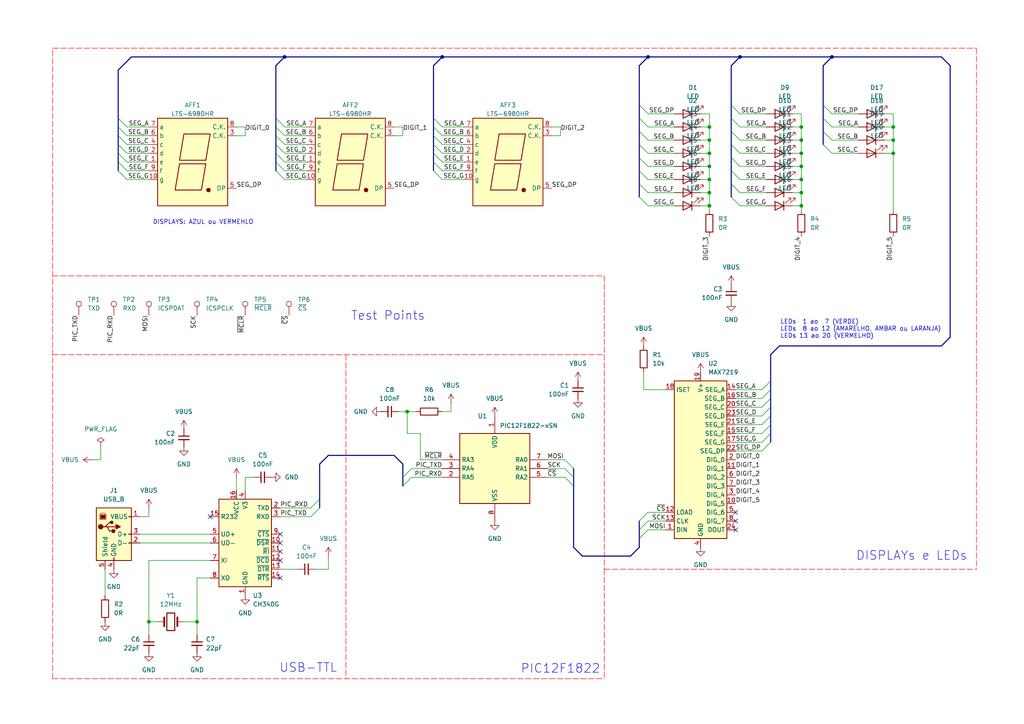
<source format=kicad_sch>
(kicad_sch (version 20231120) (generator "eeschema") (generator_version "8.0")
  (paper "A4")
  (title_block (title "USB Led Gauge") (date "2025-03-11") (rev "1.0"))
  (lib_symbols
    (symbol "Connector:TestPoint" (pin_numbers hide) (pin_names (offset 0.762) hide)
      (property "Reference" "TP" (at 0 6.858 0))
      (property "Value" "TestPoint" (at 0 5.08 0))
      (symbol "TestPoint_0_1"
        (circle (center 0 3.302) (radius 0.762))
      )
      (symbol "TestPoint_1_1"
        (pin passive line (at 0 0 90) (length 2.54) (name "1") (number "1"))
      )
    )
    (symbol "Connector:USB_B" (pin_names (offset 1.016))
      (property "Reference" "J" (at -5.08 11.43 0))
      (property "Value" "USB_B" (at -5.08 8.89 0))
      (symbol "USB_B_0_1"
        (rectangle (start -5.08 -7.62) (end 5.08 7.62) (stroke (width 0.254)) (fill (type background)))
        (circle (center -3.81 2.159) (radius 0.635) (stroke (width 0.254)) (fill (type outline)))
        (rectangle (start -3.81 5.588) (end -2.54 4.572) (fill (type outline)))
        (circle (center -0.635 3.429) (radius 0.381) (stroke (width 0.254)) (fill (type outline)))
        (rectangle (start -0.127 -7.62) (end 0.127 -6.858))
        (polyline (pts (xy -1.905 2.159) (xy 0.635 2.159)) (stroke (width 0.254)))
        (polyline (pts (xy -3.175 2.159) (xy -2.54 2.159) (xy -1.27 3.429) (xy -0.635 3.429)) (stroke (width 0.254)))
        (polyline (pts (xy -2.54 2.159) (xy -1.905 2.159) (xy -1.27 0.889) (xy 0 0.889)) (stroke (width 0.254)))
        (polyline (pts (xy 0.635 2.794) (xy 0.635 1.524) (xy 1.905 2.159) (xy 0.635 2.794)) (stroke (width 0.254)) (fill (type outline)))
        (polyline (pts (xy -4.064 4.318) (xy -2.286 4.318) (xy -2.286 5.715) (xy -2.667 6.096) (xy -3.683 6.096) (xy -4.064 5.715) (xy -4.064 4.318)))
        (rectangle (start 0.254 1.27) (end -0.508 0.508) (stroke (width 0.254)) (fill (type outline)))
        (rectangle (start 5.08 -2.667) (end 4.318 -2.413))
        (rectangle (start 5.08 -0.127) (end 4.318 0.127))
        (rectangle (start 5.08 4.953) (end 4.318 5.207))
      )
      (symbol "USB_B_1_1"
        (pin power_out line (at 7.62 5.08 180) (length 2.54) (name "VBUS") (number "1"))
        (pin bidirectional line (at 7.62 -2.54 180) (length 2.54) (name "D-") (number "2"))
        (pin bidirectional line (at 7.62 0 180) (length 2.54) (name "D+") (number "3"))
        (pin power_out line (at 0 -10.16 90) (length 2.54) (name "GND") (number "4"))
        (pin passive line (at -2.54 -10.16 90) (length 2.54) (name "Shield") (number "5"))
      )
    )
    (symbol "Device:C_Small" (pin_numbers hide) (pin_names (offset 0.254) hide)
      (property "Reference" "C" (at 0.254 1.778 0))
      (property "Value" "C_Small" (at 0.254 -2.032 0))
      (symbol "C_Small_0_1"
        (polyline (pts (xy -1.524 -0.508) (xy 1.524 -0.508)) (stroke (width 0.3302)))
        (polyline (pts (xy -1.524 0.508) (xy 1.524 0.508)) (stroke (width 0.3048)))
      )
      (symbol "C_Small_1_1"
        (pin passive line (at 0 2.54 270) (length 2.032) (name "~") (number "1"))
        (pin passive line (at 0 -2.54 90) (length 2.032) (name "~") (number "2"))
      )
    )
    (symbol "Device:Crystal" (pin_numbers hide) (pin_names (offset 1.016) hide)
      (property "Reference" "Y" (at 0 3.81 0))
      (property "Value" "Crystal" (at 0 -3.81 0))
      (symbol "Crystal_0_1"
        (rectangle (start -1.143 2.54) (end 1.143 -2.54) (stroke (width 0.3048)))
        (polyline (pts (xy -2.54 0) (xy -1.905 0)))
        (polyline (pts (xy -1.905 -1.27) (xy -1.905 1.27)) (stroke (width 0.508)))
        (polyline (pts (xy 1.905 -1.27) (xy 1.905 1.27)) (stroke (width 0.508)))
        (polyline (pts (xy 2.54 0) (xy 1.905 0)))
      )
      (symbol "Crystal_1_1"
        (pin passive line (at -3.81 0 0) (length 1.27) (name "1") (number "1"))
        (pin passive line (at 3.81 0 180) (length 1.27) (name "2") (number "2"))
      )
    )
    (symbol "Device:LED" (pin_numbers hide) (pin_names (offset 1.016) hide)
      (property "Reference" "D" (at 0 2.54 0))
      (property "Value" "LED" (at 0 -2.54 0))
      (symbol "LED_0_1"
        (polyline (pts (xy -1.27 -1.27) (xy -1.27 1.27)) (stroke (width 0.254)))
        (polyline (pts (xy -1.27 0) (xy 1.27 0)))
        (polyline (pts (xy 1.27 -1.27) (xy 1.27 1.27) (xy -1.27 0) (xy 1.27 -1.27)) (stroke (width 0.254)))
        (polyline (pts (xy -3.048 -0.762) (xy -4.572 -2.286) (xy -3.81 -2.286) (xy -4.572 -2.286) (xy -4.572 -1.524)))
        (polyline (pts (xy -1.778 -0.762) (xy -3.302 -2.286) (xy -2.54 -2.286) (xy -3.302 -2.286) (xy -3.302 -1.524)))
      )
      (symbol "LED_1_1"
        (pin passive line (at -3.81 0 0) (length 2.54) (name "K") (number "1"))
        (pin passive line (at 3.81 0 180) (length 2.54) (name "A") (number "2"))
      )
    )
    (symbol "Device:R" (pin_numbers hide) (pin_names (offset 0))
      (property "Reference" "R" (at 2.032 0 90))
      (property "Value" "R" (at 0 0 90))
      (symbol "R_0_1"
        (rectangle (start -1.016 -2.54) (end 1.016 2.54) (stroke (width 0.254)))
      )
      (symbol "R_1_1"
        (pin passive line (at 0 3.81 270) (length 1.27) (name "~") (number "1"))
        (pin passive line (at 0 -3.81 90) (length 1.27) (name "~") (number "2"))
      )
    )
    (symbol "Display_Character:LTS-6980HR"
      (property "Reference" "AFF" (at -7.874 13.97 0))
      (property "Value" "LTS-6980HR" (at 4.064 13.97 0))
      (symbol "LTS-6980HR_0_1"
        (rectangle (start -10.16 12.7) (end 10.16 -12.7) (stroke (width 0.254)) (fill (type background)))
        (polyline (pts (xy -3.81 -0.508) (xy 3.81 -0.508) (xy 2.54 -8.128) (xy -5.08 -8.128) (xy -3.81 -0.508) (xy -3.81 -0.508)) (stroke (width 0.254)))
        (polyline (pts (xy -2.54 8.128) (xy 5.08 8.128) (xy 3.81 0.508) (xy -3.81 0.508) (xy -2.54 8.128) (xy -2.54 8.128)) (stroke (width 0.254)))
        (circle (center 4.572 -8.128) (radius 0.508) (stroke (width 0.254)) (fill (type outline)))
      )
      (symbol "LTS-6980HR_1_1"
        (pin passive line (at -12.7 0 0) (length 2.54) (name "e") (number "1"))
        (pin passive line (at -12.7 -5.08 0) (length 2.54) (name "g") (number "10"))
        (pin passive line (at -12.7 2.54 0) (length 2.54) (name "d") (number "2"))
        (pin passive line (at 12.7 7.62 180) (length 2.54) (name "C.K.") (number "3"))
        (pin passive line (at -12.7 5.08 0) (length 2.54) (name "c") (number "4"))
        (pin passive line (at 12.7 -7.62 180) (length 2.54) (name "DP") (number "5"))
        (pin passive line (at -12.7 7.62 0) (length 2.54) (name "b") (number "6"))
        (pin passive line (at -12.7 10.16 0) (length 2.54) (name "a") (number "7"))
        (pin passive line (at 12.7 10.16 180) (length 2.54) (name "C.K.") (number "8"))
        (pin passive line (at -12.7 -2.54 0) (length 2.54) (name "f") (number "9"))
      )
    )
    (symbol "Driver_LED:MAX7219"
      (property "Reference" "U" (at -6.35 24.13 0))
      (property "Value" "MAX7219" (at 1.27 25.4 0))
      (symbol "MAX7219_0_1"
        (rectangle (start -7.62 22.86) (end 7.62 -22.86) (stroke (width 0.254)) (fill (type background)))
      )
      (symbol "MAX7219_1_1"
        (pin input line (at -10.16 -20.32 0) (length 2.54) (name "DIN") (number "1"))
        (pin output line (at 10.16 -12.7 180) (length 2.54) (name "DIG_5") (number "10"))
        (pin output line (at 10.16 -2.54 180) (length 2.54) (name "DIG_1") (number "11"))
        (pin input line (at -10.16 -15.24 0) (length 2.54) (name "LOAD") (number "12"))
        (pin input line (at -10.16 -17.78 0) (length 2.54) (name "CLK") (number "13"))
        (pin output line (at 10.16 20.32 180) (length 2.54) (name "SEG_A") (number "14"))
        (pin output line (at 10.16 7.62 180) (length 2.54) (name "SEG_F") (number "15"))
        (pin output line (at 10.16 17.78 180) (length 2.54) (name "SEG_B") (number "16"))
        (pin output line (at 10.16 5.08 180) (length 2.54) (name "SEG_G") (number "17"))
        (pin input line (at -10.16 20.32 0) (length 2.54) (name "ISET") (number "18"))
        (pin power_in line (at 0 25.4 270) (length 2.54) (name "V+") (number "19"))
        (pin output line (at 10.16 0 180) (length 2.54) (name "DIG_0") (number "2"))
        (pin output line (at 10.16 15.24 180) (length 2.54) (name "SEG_C") (number "20"))
        (pin output line (at 10.16 10.16 180) (length 2.54) (name "SEG_E") (number "21"))
        (pin output line (at 10.16 2.54 180) (length 2.54) (name "SEG_DP") (number "22"))
        (pin output line (at 10.16 12.7 180) (length 2.54) (name "SEG_D") (number "23"))
        (pin output line (at 10.16 -20.32 180) (length 2.54) (name "DOUT") (number "24"))
        (pin output line (at 10.16 -10.16 180) (length 2.54) (name "DIG_4") (number "3"))
        (pin power_in line (at 0 -25.4 90) (length 2.54) (name "GND") (number "4"))
        (pin output line (at 10.16 -15.24 180) (length 2.54) (name "DIG_6") (number "5"))
        (pin output line (at 10.16 -5.08 180) (length 2.54) (name "DIG_2") (number "6"))
        (pin output line (at 10.16 -7.62 180) (length 2.54) (name "DIG_3") (number "7"))
        (pin output line (at 10.16 -17.78 180) (length 2.54) (name "DIG_7") (number "8"))
        (pin passive line (at 0 -25.4 90) (length 2.54) hide (name "GND") (number "9"))
      )
    )
    (symbol "Interface_USB:CH340G"
      (property "Reference" "U" (at -5.08 13.97 0))
      (property "Value" "CH340G" (at 1.27 13.97 0))
      (symbol "CH340G_0_1"
        (rectangle (start -7.62 12.7) (end 7.62 -12.7) (stroke (width 0.254)) (fill (type background)))
      )
      (symbol "CH340G_1_1"
        (pin power_in line (at 0 -15.24 90) (length 2.54) (name "GND") (number "1"))
        (pin input line (at 10.16 0 180) (length 2.54) (name "~{DSR}") (number "10"))
        (pin input line (at 10.16 -2.54 180) (length 2.54) (name "~{RI}") (number "11"))
        (pin input line (at 10.16 -5.08 180) (length 2.54) (name "~{DCD}") (number "12"))
        (pin output line (at 10.16 -7.62 180) (length 2.54) (name "~{DTR}") (number "13"))
        (pin output line (at 10.16 -10.16 180) (length 2.54) (name "~{RTS}") (number "14"))
        (pin input line (at -10.16 7.62 0) (length 2.54) (name "R232") (number "15"))
        (pin power_in line (at -2.54 15.24 270) (length 2.54) (name "VCC") (number "16"))
        (pin output line (at 10.16 10.16 180) (length 2.54) (name "TXD") (number "2"))
        (pin input line (at 10.16 7.62 180) (length 2.54) (name "RXD") (number "3"))
        (pin power_out line (at 0 15.24 270) (length 2.54) (name "V3") (number "4"))
        (pin bidirectional line (at -10.16 2.54 0) (length 2.54) (name "UD+") (number "5"))
        (pin bidirectional line (at -10.16 0 0) (length 2.54) (name "UD-") (number "6"))
        (pin input line (at -10.16 -5.08 0) (length 2.54) (name "XI") (number "7"))
        (pin output line (at -10.16 -10.16 0) (length 2.54) (name "XO") (number "8"))
        (pin input line (at 10.16 2.54 180) (length 2.54) (name "~{CTS}") (number "9"))
      )
    )
    (symbol "MCU_Microchip_PIC12:PIC12F1822-xSN"
      (property "Reference" "U" (at 1.27 13.97 0))
      (property "Value" "PIC12F1822-xSN" (at 1.27 11.43 0))
      (symbol "PIC12F1822-xSN_0_1"
        (rectangle (start 10.16 -10.16) (end -10.16 10.16) (stroke (width 0.254)) (fill (type background)))
      )
      (symbol "PIC12F1822-xSN_1_1"
        (pin power_in line (at 0 15.24 270) (length 5.08) (name "VDD") (number "1"))
        (pin bidirectional line (at 15.24 -2.54 180) (length 5.08) (name "RA5") (number "2"))
        (pin bidirectional line (at 15.24 0 180) (length 5.08) (name "RA4") (number "3"))
        (pin input line (at 15.24 2.54 180) (length 5.08) (name "RA3") (number "4"))
        (pin bidirectional line (at -15.24 -2.54 0) (length 5.08) (name "RA2") (number "5"))
        (pin bidirectional line (at -15.24 0 0) (length 5.08) (name "RA1") (number "6"))
        (pin bidirectional line (at -15.24 2.54 0) (length 5.08) (name "RA0") (number "7"))
        (pin power_in line (at 0 -15.24 90) (length 5.08) (name "VSS") (number "8"))
      )
    )
    (symbol "power:GND" (power) (pin_numbers hide) (pin_names (offset 0) hide)
      (property "Value" "GND" (at 0 -3.81 0))
      (symbol "GND_0_1"
        (polyline (pts (xy 0 0) (xy 0 -1.27) (xy 1.27 -1.27) (xy 0 -2.54) (xy -1.27 -1.27) (xy 0 -1.27)))
      )
      (symbol "GND_1_1"
        (pin power_in line (at 0 0 270) (length 0) (name "~") (number "1"))
      )
    )
    (symbol "power:PWR_FLAG" (power) (pin_numbers hide) (pin_names (offset 0) hide)
      (property "Value" "PWR_FLAG" (at 0 3.81 0))
      (symbol "PWR_FLAG_0_0"
        (pin power_out line (at 0 0 90) (length 0) (name "~") (number "1"))
      )
      (symbol "PWR_FLAG_0_1"
        (polyline (pts (xy 0 0) (xy 0 1.27) (xy -1.016 1.905) (xy 0 2.54) (xy 1.016 1.905) (xy 0 1.27)))
      )
    )
    (symbol "power:VBUS" (power) (pin_numbers hide) (pin_names (offset 0) hide)
      (property "Value" "VBUS" (at 0 3.556 0))
      (symbol "VBUS_0_1"
        (polyline (pts (xy -0.762 1.27) (xy 0 2.54)))
        (polyline (pts (xy 0 0) (xy 0 2.54)))
        (polyline (pts (xy 0 2.54) (xy 0.762 1.27)))
      )
      (symbol "VBUS_1_1"
        (pin power_in line (at 0 0 90) (length 0) (name "~") (number "1"))
      )
    )
  )
  (junction (at 232.41 55.88))
  (junction (at 232.41 36.83))
  (junction (at 187.96 16.51))
  (junction (at 214.63 16.51))
  (junction (at 205.74 55.88))
  (junction (at 43.18 180.34))
  (junction (at 259.08 40.64))
  (junction (at 128.27 16.51))
  (junction (at 205.74 59.69))
  (junction (at 205.74 36.83))
  (junction (at 118.11 119.38))
  (junction (at 82.55 16.51))
  (junction (at 241.3 16.51))
  (junction (at 205.74 40.64))
  (junction (at 232.41 48.26))
  (junction (at 259.08 44.45))
  (junction (at 232.41 59.69))
  (junction (at 205.74 48.26))
  (junction (at 259.08 36.83))
  (junction (at 205.74 44.45))
  (junction (at 232.41 40.64))
  (junction (at 205.74 52.07))
  (junction (at 232.41 44.45))
  (junction (at 57.15 180.34))
  (junction (at 232.41 52.07))
  (no_connect (at 60.96 149.86))
  (no_connect (at 213.36 151.13))
  (no_connect (at 81.28 154.94))
  (no_connect (at 213.36 153.67))
  (no_connect (at 81.28 157.48))
  (no_connect (at 81.28 160.02))
  (no_connect (at 81.28 167.64))
  (no_connect (at 213.36 148.59))
  (no_connect (at 81.28 162.56))
  (bus_entry (at 90.17 147.32) (size 2.54 -2.54))
  (bus_entry (at 187.96 148.59) (size -2.54 2.54))
  (bus_entry (at 36.83 52.07) (size -2.54 -2.54))
  (bus_entry (at 214.63 36.83) (size -2.54 -2.54))
  (bus_entry (at 214.63 44.45) (size -2.54 -2.54))
  (bus_entry (at 220.98 120.65) (size 2.54 -2.54))
  (bus_entry (at 220.98 128.27) (size 2.54 -2.54))
  (bus_entry (at 119.38 135.89) (size -2.54 2.54))
  (bus_entry (at 214.63 52.07) (size -2.54 -2.54))
  (bus_entry (at 128.27 49.53) (size -2.54 -2.54))
  (bus_entry (at 128.27 44.45) (size -2.54 -2.54))
  (bus_entry (at 82.55 49.53) (size -2.54 -2.54))
  (bus_entry (at 241.3 33.02) (size -2.54 -2.54))
  (bus_entry (at 36.83 36.83) (size -2.54 -2.54))
  (bus_entry (at 220.98 113.03) (size 2.54 -2.54))
  (bus_entry (at 36.83 41.91) (size -2.54 -2.54))
  (bus_entry (at 214.63 59.69) (size -2.54 -2.54))
  (bus_entry (at 82.55 46.99) (size -2.54 -2.54))
  (bus_entry (at 163.83 138.43) (size 2.54 2.54))
  (bus_entry (at 220.98 125.73) (size 2.54 -2.54))
  (bus_entry (at 187.96 59.69) (size -2.54 -2.54))
  (bus_entry (at 187.96 55.88) (size -2.54 -2.54))
  (bus_entry (at 128.27 46.99) (size -2.54 -2.54))
  (bus_entry (at 128.27 52.07) (size -2.54 -2.54))
  (bus_entry (at 128.27 41.91) (size -2.54 -2.54))
  (bus_entry (at 82.55 44.45) (size -2.54 -2.54))
  (bus_entry (at 187.96 48.26) (size -2.54 -2.54))
  (bus_entry (at 128.27 39.37) (size -2.54 -2.54))
  (bus_entry (at 214.63 40.64) (size -2.54 -2.54))
  (bus_entry (at 187.96 36.83) (size -2.54 -2.54))
  (bus_entry (at 82.55 39.37) (size -2.54 -2.54))
  (bus_entry (at 214.63 48.26) (size -2.54 -2.54))
  (bus_entry (at 36.83 46.99) (size -2.54 -2.54))
  (bus_entry (at 163.83 133.35) (size 2.54 2.54))
  (bus_entry (at 163.83 135.89) (size 2.54 2.54))
  (bus_entry (at 36.83 44.45) (size -2.54 -2.54))
  (bus_entry (at 119.38 138.43) (size -2.54 2.54))
  (bus_entry (at 220.98 130.81) (size 2.54 -2.54))
  (bus_entry (at 82.55 36.83) (size -2.54 -2.54))
  (bus_entry (at 36.83 39.37) (size -2.54 -2.54))
  (bus_entry (at 187.96 151.13) (size -2.54 2.54))
  (bus_entry (at 187.96 40.64) (size -2.54 -2.54))
  (bus_entry (at 187.96 33.02) (size -2.54 -2.54))
  (bus_entry (at 220.98 118.11) (size 2.54 -2.54))
  (bus_entry (at 241.3 40.64) (size -2.54 -2.54))
  (bus_entry (at 187.96 44.45) (size -2.54 -2.54))
  (bus_entry (at 214.63 55.88) (size -2.54 -2.54))
  (bus_entry (at 90.17 149.86) (size 2.54 -2.54))
  (bus_entry (at 214.63 33.02) (size -2.54 -2.54))
  (bus_entry (at 82.55 52.07) (size -2.54 -2.54))
  (bus_entry (at 220.98 123.19) (size 2.54 -2.54))
  (bus_entry (at 187.96 52.07) (size -2.54 -2.54))
  (bus_entry (at 82.55 41.91) (size -2.54 -2.54))
  (bus_entry (at 241.3 44.45) (size -2.54 -2.54))
  (bus_entry (at 241.3 36.83) (size -2.54 -2.54))
  (bus_entry (at 128.27 36.83) (size -2.54 -2.54))
  (bus_entry (at 187.96 153.67) (size -2.54 2.54))
  (bus_entry (at 36.83 49.53) (size -2.54 -2.54))
  (bus_entry (at 220.98 115.57) (size 2.54 -2.54))
  (wire (pts (xy 43.18 180.34) (xy 43.18 162.56)))
  (bus (pts (xy 223.52 110.49) (xy 223.52 113.03)))
  (wire (pts (xy 203.2 36.83) (xy 205.74 36.83)))
  (bus (pts (xy 116.84 138.43) (xy 116.84 134.62)))
  (bus (pts (xy 185.42 45.72) (xy 185.42 41.91)))
  (wire (pts (xy 241.3 36.83) (xy 248.92 36.83)))
  (wire (pts (xy 82.55 36.83) (xy 88.9 36.83)))
  (wire (pts (xy 36.83 52.07) (xy 43.18 52.07)))
  (wire (pts (xy 259.08 40.64) (xy 259.08 44.45)))
  (bus (pts (xy 223.52 118.11) (xy 223.52 120.65)))
  (wire (pts (xy 241.3 33.02) (xy 248.92 33.02)))
  (wire (pts (xy 187.96 48.26) (xy 195.58 48.26)))
  (bus (pts (xy 185.42 34.29) (xy 185.42 30.48)))
  (wire (pts (xy 160.02 39.37) (xy 162.56 39.37)))
  (polyline (pts (xy 175.26 165.1) (xy 175.26 196.85)) (stroke (width 0) (type dash) (color 255 0 0 1)))
  (bus (pts (xy 187.96 16.51) (xy 214.63 16.51)))
  (wire (pts (xy 214.63 40.64) (xy 222.25 40.64)))
  (wire (pts (xy 214.63 44.45) (xy 222.25 44.45)))
  (wire (pts (xy 241.3 44.45) (xy 248.92 44.45)))
  (wire (pts (xy 116.84 36.83) (xy 116.84 39.37)))
  (wire (pts (xy 229.87 52.07) (xy 232.41 52.07)))
  (bus (pts (xy 125.73 49.53) (xy 125.73 46.99)))
  (wire (pts (xy 82.55 39.37) (xy 88.9 39.37)))
  (bus (pts (xy 212.09 38.1) (xy 212.09 34.29)))
  (wire (pts (xy 82.55 41.91) (xy 88.9 41.91)))
  (wire (pts (xy 114.3 36.83) (xy 116.84 36.83)))
  (wire (pts (xy 203.2 33.02) (xy 205.74 33.02)))
  (wire (pts (xy 203.2 44.45) (xy 205.74 44.45)))
  (wire (pts (xy 256.54 36.83) (xy 259.08 36.83)))
  (wire (pts (xy 128.27 36.83) (xy 134.62 36.83)))
  (wire (pts (xy 118.11 119.38) (xy 120.65 119.38)))
  (wire (pts (xy 213.36 115.57) (xy 220.98 115.57)))
  (wire (pts (xy 229.87 59.69) (xy 232.41 59.69)))
  (bus (pts (xy 125.73 36.83) (xy 125.73 34.29)))
  (wire (pts (xy 162.56 36.83) (xy 162.56 39.37)))
  (bus (pts (xy 185.42 153.67) (xy 185.42 156.21)))
  (wire (pts (xy 82.55 52.07) (xy 88.9 52.07)))
  (bus (pts (xy 185.42 53.34) (xy 185.42 49.53)))
  (wire (pts (xy 158.75 138.43) (xy 163.83 138.43)))
  (wire (pts (xy 40.64 154.94) (xy 60.96 154.94)))
  (wire (pts (xy 36.83 49.53) (xy 43.18 49.53)))
  (wire (pts (xy 229.87 33.02) (xy 232.41 33.02)))
  (bus (pts (xy 212.09 19.05) (xy 214.63 16.51)))
  (wire (pts (xy 36.83 46.99) (xy 43.18 46.99)))
  (bus (pts (xy 114.3 132.08) (xy 95.25 132.08)))
  (wire (pts (xy 29.21 133.35) (xy 29.21 129.54)))
  (wire (pts (xy 119.38 138.43) (xy 128.27 138.43)))
  (bus (pts (xy 185.42 19.05) (xy 187.96 16.51)))
  (wire (pts (xy 232.41 48.26) (xy 232.41 52.07)))
  (bus (pts (xy 128.27 16.51) (xy 187.96 16.51)))
  (wire (pts (xy 43.18 162.56) (xy 60.96 162.56)))
  (wire (pts (xy 57.15 167.64) (xy 57.15 180.34)))
  (wire (pts (xy 203.2 40.64) (xy 205.74 40.64)))
  (wire (pts (xy 203.2 55.88) (xy 205.74 55.88)))
  (polyline (pts (xy 15.24 196.85) (xy 15.24 13.97)) (stroke (width 0) (type dash) (color 255 0 0 1)))
  (bus (pts (xy 275.59 97.79) (xy 273.05 100.33)))
  (bus (pts (xy 125.73 34.29) (xy 125.73 19.05)))
  (wire (pts (xy 128.27 41.91) (xy 134.62 41.91)))
  (bus (pts (xy 212.09 45.72) (xy 212.09 41.91)))
  (wire (pts (xy 205.74 48.26) (xy 205.74 52.07)))
  (bus (pts (xy 34.29 49.53) (xy 34.29 46.99)))
  (wire (pts (xy 205.74 36.83) (xy 205.74 40.64)))
  (bus (pts (xy 34.29 44.45) (xy 34.29 41.91)))
  (bus (pts (xy 212.09 34.29) (xy 212.09 30.48)))
  (bus (pts (xy 168.91 161.29) (xy 166.37 158.75)))
  (bus (pts (xy 241.3 16.51) (xy 273.05 16.51)))
  (bus (pts (xy 214.63 16.51) (xy 241.3 16.51)))
  (wire (pts (xy 186.69 113.03) (xy 193.04 113.03)))
  (wire (pts (xy 118.11 119.38) (xy 118.11 125.73)))
  (wire (pts (xy 187.96 33.02) (xy 195.58 33.02)))
  (bus (pts (xy 212.09 57.15) (xy 212.09 53.34)))
  (polyline (pts (xy 100.33 102.87) (xy 100.33 196.85)) (stroke (width 0) (type dash) (color 255 0 0 1)))
  (wire (pts (xy 121.92 133.35) (xy 128.27 133.35)))
  (bus (pts (xy 273.05 16.51) (xy 275.59 19.05)))
  (wire (pts (xy 232.41 52.07) (xy 232.41 55.88)))
  (wire (pts (xy 68.58 36.83) (xy 71.12 36.83)))
  (wire (pts (xy 30.48 165.1) (xy 30.48 172.72)))
  (wire (pts (xy 187.96 153.67) (xy 193.04 153.67)))
  (bus (pts (xy 38.1 16.51) (xy 82.55 16.51)))
  (wire (pts (xy 73.66 138.43) (xy 71.12 138.43)))
  (bus (pts (xy 80.01 49.53) (xy 80.01 46.99)))
  (wire (pts (xy 130.81 116.84) (xy 130.81 119.38)))
  (bus (pts (xy 223.52 123.19) (xy 223.52 125.73)))
  (bus (pts (xy 185.42 57.15) (xy 185.42 53.34)))
  (wire (pts (xy 128.27 39.37) (xy 134.62 39.37)))
  (wire (pts (xy 57.15 180.34) (xy 53.34 180.34)))
  (wire (pts (xy 256.54 40.64) (xy 259.08 40.64)))
  (wire (pts (xy 57.15 180.34) (xy 57.15 184.15)))
  (wire (pts (xy 187.96 52.07) (xy 195.58 52.07)))
  (wire (pts (xy 71.12 36.83) (xy 71.12 39.37)))
  (wire (pts (xy 121.92 125.73) (xy 121.92 133.35)))
  (wire (pts (xy 203.2 48.26) (xy 205.74 48.26)))
  (wire (pts (xy 213.36 118.11) (xy 220.98 118.11)))
  (wire (pts (xy 160.02 36.83) (xy 162.56 36.83)))
  (wire (pts (xy 232.41 44.45) (xy 232.41 48.26)))
  (wire (pts (xy 214.63 48.26) (xy 222.25 48.26)))
  (polyline (pts (xy 15.24 196.85) (xy 175.26 196.85)) (stroke (width 0) (type dash) (color 255 0 0 1)))
  (bus (pts (xy 223.52 115.57) (xy 223.52 118.11)))
  (bus (pts (xy 125.73 44.45) (xy 125.73 41.91)))
  (wire (pts (xy 232.41 59.69) (xy 232.41 60.96)))
  (wire (pts (xy 68.58 39.37) (xy 71.12 39.37)))
  (wire (pts (xy 82.55 44.45) (xy 88.9 44.45)))
  (wire (pts (xy 36.83 39.37) (xy 43.18 39.37)))
  (wire (pts (xy 81.28 165.1) (xy 86.36 165.1)))
  (wire (pts (xy 82.55 46.99) (xy 88.9 46.99)))
  (bus (pts (xy 275.59 19.05) (xy 275.59 97.79)))
  (wire (pts (xy 214.63 55.88) (xy 222.25 55.88)))
  (polyline (pts (xy 175.26 80.01) (xy 175.26 102.87)) (stroke (width 0) (type dash) (color 255 0 0 1)))
  (wire (pts (xy 128.27 52.07) (xy 134.62 52.07)))
  (wire (pts (xy 128.27 44.45) (xy 134.62 44.45)))
  (bus (pts (xy 166.37 135.89) (xy 166.37 138.43)))
  (wire (pts (xy 82.55 49.53) (xy 88.9 49.53)))
  (wire (pts (xy 115.57 119.38) (xy 118.11 119.38)))
  (wire (pts (xy 71.12 138.43) (xy 71.12 142.24)))
  (bus (pts (xy 185.42 30.48) (xy 185.42 19.05)))
  (bus (pts (xy 238.76 38.1) (xy 238.76 34.29)))
  (bus (pts (xy 185.42 151.13) (xy 185.42 153.67)))
  (wire (pts (xy 205.74 59.69) (xy 205.74 60.96)))
  (bus (pts (xy 185.42 49.53) (xy 185.42 45.72)))
  (bus (pts (xy 223.52 120.65) (xy 223.52 123.19)))
  (wire (pts (xy 232.41 55.88) (xy 232.41 59.69)))
  (wire (pts (xy 43.18 147.32) (xy 43.18 149.86)))
  (wire (pts (xy 213.36 113.03) (xy 220.98 113.03)))
  (bus (pts (xy 125.73 39.37) (xy 125.73 36.83)))
  (bus (pts (xy 34.29 20.32) (xy 38.1 16.51)))
  (bus (pts (xy 212.09 41.91) (xy 212.09 38.1)))
  (wire (pts (xy 214.63 59.69) (xy 222.25 59.69)))
  (wire (pts (xy 232.41 40.64) (xy 232.41 44.45)))
  (bus (pts (xy 212.09 30.48) (xy 212.09 19.05)))
  (wire (pts (xy 114.3 39.37) (xy 116.84 39.37)))
  (wire (pts (xy 118.11 125.73) (xy 121.92 125.73)))
  (wire (pts (xy 95.25 161.29) (xy 95.25 165.1)))
  (bus (pts (xy 238.76 19.05) (xy 241.3 16.51)))
  (wire (pts (xy 213.36 130.81) (xy 220.98 130.81)))
  (polyline (pts (xy 15.24 80.01) (xy 175.26 80.01)) (stroke (width 0) (type dash) (color 255 0 0 1)))
  (wire (pts (xy 26.67 133.35) (xy 29.21 133.35)))
  (bus (pts (xy 185.42 158.75) (xy 182.88 161.29)))
  (wire (pts (xy 81.28 147.32) (xy 90.17 147.32)))
  (wire (pts (xy 187.96 40.64) (xy 195.58 40.64)))
  (wire (pts (xy 256.54 33.02) (xy 259.08 33.02)))
  (bus (pts (xy 238.76 41.91) (xy 238.76 38.1)))
  (bus (pts (xy 223.52 125.73) (xy 223.52 128.27)))
  (wire (pts (xy 213.36 128.27) (xy 220.98 128.27)))
  (wire (pts (xy 229.87 48.26) (xy 232.41 48.26)))
  (bus (pts (xy 34.29 34.29) (xy 34.29 20.32)))
  (bus (pts (xy 273.05 100.33) (xy 226.06 100.33)))
  (wire (pts (xy 128.27 46.99) (xy 134.62 46.99)))
  (wire (pts (xy 130.81 119.38) (xy 128.27 119.38)))
  (bus (pts (xy 223.52 102.87) (xy 223.52 110.49)))
  (bus (pts (xy 185.42 156.21) (xy 185.42 158.75)))
  (wire (pts (xy 259.08 44.45) (xy 259.08 60.96)))
  (bus (pts (xy 80.01 44.45) (xy 80.01 41.91)))
  (wire (pts (xy 187.96 59.69) (xy 195.58 59.69)))
  (wire (pts (xy 229.87 36.83) (xy 232.41 36.83)))
  (wire (pts (xy 187.96 151.13) (xy 193.04 151.13)))
  (bus (pts (xy 238.76 30.48) (xy 238.76 19.05)))
  (bus (pts (xy 166.37 138.43) (xy 166.37 140.97)))
  (bus (pts (xy 92.71 134.62) (xy 92.71 144.78)))
  (wire (pts (xy 256.54 44.45) (xy 259.08 44.45)))
  (wire (pts (xy 60.96 167.64) (xy 57.15 167.64)))
  (wire (pts (xy 213.36 125.73) (xy 220.98 125.73)))
  (wire (pts (xy 187.96 55.88) (xy 195.58 55.88)))
  (wire (pts (xy 214.63 33.02) (xy 222.25 33.02)))
  (wire (pts (xy 43.18 184.15) (xy 43.18 180.34)))
  (wire (pts (xy 213.36 120.65) (xy 220.98 120.65)))
  (wire (pts (xy 158.75 135.89) (xy 163.83 135.89)))
  (bus (pts (xy 116.84 134.62) (xy 114.3 132.08)))
  (bus (pts (xy 34.29 36.83) (xy 34.29 34.29)))
  (wire (pts (xy 187.96 36.83) (xy 195.58 36.83)))
  (wire (pts (xy 68.58 138.43) (xy 68.58 142.24)))
  (wire (pts (xy 205.74 55.88) (xy 205.74 59.69)))
  (wire (pts (xy 205.74 33.02) (xy 205.74 36.83)))
  (wire (pts (xy 128.27 49.53) (xy 134.62 49.53)))
  (bus (pts (xy 80.01 19.05) (xy 82.55 16.51)))
  (bus (pts (xy 125.73 41.91) (xy 125.73 39.37)))
  (wire (pts (xy 205.74 40.64) (xy 205.74 44.45)))
  (polyline (pts (xy 15.24 102.87) (xy 175.26 102.87)) (stroke (width 0) (type dash) (color 255 0 0 1)))
  (wire (pts (xy 205.74 44.45) (xy 205.74 48.26)))
  (bus (pts (xy 34.29 41.91) (xy 34.29 39.37)))
  (bus (pts (xy 166.37 140.97) (xy 166.37 158.75)))
  (wire (pts (xy 36.83 36.83) (xy 43.18 36.83)))
  (wire (pts (xy 158.75 133.35) (xy 163.83 133.35)))
  (bus (pts (xy 116.84 140.97) (xy 116.84 138.43)))
  (bus (pts (xy 34.29 46.99) (xy 34.29 44.45)))
  (bus (pts (xy 223.52 113.03) (xy 223.52 115.57)))
  (wire (pts (xy 43.18 149.86) (xy 40.64 149.86)))
  (wire (pts (xy 36.83 44.45) (xy 43.18 44.45)))
  (wire (pts (xy 40.64 157.48) (xy 60.96 157.48)))
  (bus (pts (xy 226.06 100.33) (xy 223.52 102.87)))
  (wire (pts (xy 259.08 33.02) (xy 259.08 36.83)))
  (polyline (pts (xy 15.24 13.97) (xy 283.21 13.97)) (stroke (width 0) (type dash) (color 255 0 0 1)))
  (wire (pts (xy 214.63 52.07) (xy 222.25 52.07)))
  (polyline (pts (xy 175.26 102.87) (xy 175.26 165.1)) (stroke (width 0) (type dash) (color 255 0 0 1)))
  (wire (pts (xy 259.08 36.83) (xy 259.08 40.64)))
  (bus (pts (xy 238.76 34.29) (xy 238.76 30.48)))
  (bus (pts (xy 80.01 46.99) (xy 80.01 44.45)))
  (bus (pts (xy 92.71 144.78) (xy 92.71 147.32)))
  (wire (pts (xy 119.38 135.89) (xy 128.27 135.89)))
  (wire (pts (xy 95.25 165.1) (xy 91.44 165.1)))
  (bus (pts (xy 80.01 36.83) (xy 80.01 34.29)))
  (wire (pts (xy 45.72 180.34) (xy 43.18 180.34)))
  (wire (pts (xy 187.96 44.45) (xy 195.58 44.45)))
  (wire (pts (xy 205.74 52.07) (xy 205.74 55.88)))
  (bus (pts (xy 185.42 38.1) (xy 185.42 34.29)))
  (wire (pts (xy 229.87 44.45) (xy 232.41 44.45)))
  (bus (pts (xy 125.73 19.05) (xy 128.27 16.51)))
  (wire (pts (xy 232.41 36.83) (xy 232.41 40.64)))
  (wire (pts (xy 214.63 36.83) (xy 222.25 36.83)))
  (wire (pts (xy 81.28 149.86) (xy 90.17 149.86)))
  (polyline (pts (xy 283.21 13.97) (xy 283.21 165.1)) (stroke (width 0) (type dash) (color 255 0 0 1)))
  (wire (pts (xy 229.87 55.88) (xy 232.41 55.88)))
  (wire (pts (xy 229.87 40.64) (xy 232.41 40.64)))
  (bus (pts (xy 212.09 49.53) (xy 212.09 45.72)))
  (wire (pts (xy 187.96 148.59) (xy 193.04 148.59)))
  (bus (pts (xy 80.01 39.37) (xy 80.01 36.83)))
  (wire (pts (xy 241.3 40.64) (xy 248.92 40.64)))
  (wire (pts (xy 203.2 59.69) (xy 205.74 59.69)))
  (wire (pts (xy 36.83 41.91) (xy 43.18 41.91)))
  (bus (pts (xy 82.55 16.51) (xy 128.27 16.51)))
  (wire (pts (xy 186.69 107.95) (xy 186.69 113.03)))
  (bus (pts (xy 185.42 41.91) (xy 185.42 38.1)))
  (bus (pts (xy 80.01 34.29) (xy 80.01 19.05)))
  (bus (pts (xy 212.09 53.34) (xy 212.09 49.53)))
  (bus (pts (xy 34.29 39.37) (xy 34.29 36.83)))
  (wire (pts (xy 232.41 33.02) (xy 232.41 36.83)))
  (bus (pts (xy 80.01 41.91) (xy 80.01 39.37)))
  (bus (pts (xy 125.73 46.99) (xy 125.73 44.45)))
  (wire (pts (xy 213.36 123.19) (xy 220.98 123.19)))
  (bus (pts (xy 182.88 161.29) (xy 168.91 161.29)))
  (wire (pts (xy 203.2 52.07) (xy 205.74 52.07)))
  (bus (pts (xy 95.25 132.08) (xy 92.71 134.62)))
  (polyline (pts (xy 175.26 165.1) (xy 283.21 165.1)) (stroke (width 0) (type dash) (color 255 0 0 1)))
  (text "Test Points" (at 112.522 91.694 0) (effects (font (size 2.54 2.54))))
  (text "USB-TTL" (at 89.408 193.802 0) (effects (font (size 2.54 2.54))))
  (text "LEDs  1 ao  7 (VERDE)\nLEDs  8 ao 12 (AMARELHO, AMBAR ou LARANJA)\nLEDs 13 ao 20 (VERMELHO)\n" (at 226.314 95.504 0) (effects (font (size 1.27 1.27)) (justify left)))
  (text "DISPLAYS: AZUL ou VERMEHLO" (at 58.928 64.516 0) (effects (font (size 1.27 1.27))))
  (text "PIC12F1822" (at 162.56 194.056 0) (effects (font (size 2.54 2.54))))
  (text "DISPLAYs e LEDs" (at 264.414 161.29 0) (effects (font (size 2.54 2.54))))
  (label "SEG_D" (at 222.25 48.26 180))
  (label "SEG_C" (at 134.62 41.91 180))
  (label "SEG_C" (at 248.92 44.45 180))
  (label "SEG_B" (at 88.9 39.37 180))
  (label "SEG_G" (at 88.9 52.07 180))
  (label "SEG_F" (at 43.18 49.53 180))
  (label "MOSI" (at 158.75 133.35 0))
  (label "SCK" (at 57.15 91.44 270))
  (label "SEG_A" (at 213.36 113.03 0))
  (label "SEG_DP" (at 195.58 33.02 180))
  (label "SEG_E" (at 195.58 52.07 180))
  (label "SEG_B" (at 222.25 40.64 180))
  (label "SEG_DP" (at 222.25 33.02 180))
  (label "SEG_G" (at 134.62 52.07 180))
  (label "SEG_C" (at 43.18 41.91 180))
  (label "DIGIT_4" (at 232.41 68.58 270))
  (label "SEG_DP" (at 160.02 54.61 0))
  (label "SEG_E" (at 222.25 52.07 180))
  (label "SEG_A" (at 134.62 36.83 180))
  (label "SEG_D" (at 43.18 44.45 180))
  (label "SEG_D" (at 134.62 44.45 180))
  (label "SEG_D" (at 195.58 48.26 180))
  (label "DIGIT_0" (at 71.12 38.1 0))
  (label "SEG_B" (at 248.92 40.64 180))
  (label "DIGIT_1" (at 213.36 135.89 0))
  (label "SEG_F" (at 88.9 49.53 180))
  (label "SEG_B" (at 43.18 39.37 180))
  (label "PIC_RXD" (at 81.28 147.32 0))
  (label "SEG_G" (at 195.58 59.69 180))
  (label "DIGIT_3" (at 205.74 68.58 270))
  (label "SEG_G" (at 43.18 52.07 180))
  (label "SEG_E" (at 88.9 46.99 180))
  (label "SEG_C" (at 222.25 44.45 180))
  (label "SEG_E" (at 213.36 123.19 0))
  (label "DIGIT_2" (at 162.56 38.1 0))
  (label "SEG_F" (at 222.25 55.88 180))
  (label "~{CS}" (at 83.82 91.44 270))
  (label "~{CS}" (at 193.04 148.59 180))
  (label "SEG_A" (at 195.58 36.83 180))
  (label "DIGIT_4" (at 213.36 143.51 0))
  (label "MOSI" (at 193.04 153.67 180))
  (label "DIGIT_3" (at 213.36 140.97 0))
  (label "SEG_G" (at 213.36 128.27 0))
  (label "SEG_DP" (at 114.3 54.61 0))
  (label "SEG_D" (at 213.36 120.65 0))
  (label "PIC_TXD" (at 81.28 149.86 0))
  (label "SEG_C" (at 195.58 44.45 180))
  (label "SEG_E" (at 134.62 46.99 180))
  (label "SEG_F" (at 213.36 125.73 0))
  (label "SEG_DP" (at 68.58 54.61 0))
  (label "SEG_A" (at 222.25 36.83 180))
  (label "DIGIT_5" (at 259.08 68.58 270))
  (label "SEG_B" (at 195.58 40.64 180))
  (label "DIGIT_0" (at 213.36 133.35 0))
  (label "SEG_B" (at 213.36 115.57 0))
  (label "SEG_A" (at 43.18 36.83 180))
  (label "SEG_E" (at 43.18 46.99 180))
  (label "SEG_A" (at 248.92 36.83 180))
  (label "DIGIT_2" (at 213.36 138.43 0))
  (label "SCK" (at 193.04 151.13 180))
  (label "~{CS}" (at 158.75 138.43 0))
  (label "PIC_RXD" (at 128.27 138.43 180))
  (label "SEG_D" (at 88.9 44.45 180))
  (label "DIGIT_5" (at 213.36 146.05 0))
  (label "~{MCLR}" (at 128.27 133.35 180))
  (label "SEG_DP" (at 213.36 130.81 0))
  (label "SEG_C" (at 88.9 41.91 180))
  (label "SCK" (at 158.75 135.89 0))
  (label "SEG_F" (at 195.58 55.88 180))
  (label "PIC_TXD" (at 22.86 91.44 270))
  (label "PIC_RXD" (at 33.02 91.44 270))
  (label "SEG_B" (at 134.62 39.37 180))
  (label "SEG_DP" (at 248.92 33.02 180))
  (label "SEG_C" (at 213.36 118.11 0))
  (label "~{MCLR}" (at 71.12 91.44 270))
  (label "SEG_G" (at 222.25 59.69 180))
  (label "SEG_F" (at 134.62 49.53 180))
  (label "DIGIT_1" (at 116.84 38.1 0))
  (label "PIC_TXD" (at 128.27 135.89 180))
  (label "SEG_A" (at 88.9 36.83 180))
  (label "MOSI" (at 43.18 91.44 270))
  (symbol (lib_id "Device:LED") (at 226.06 48.26 180) (unit 1)
    (property "Reference" "D13" (at 227.6475 40.64 0))
    (property "Value" "LED" (at 227.6475 43.18 0))
    (property "Footprint" "LED_THT:LED_D5.0mm_Clear" (effects (hide yes)))
    (property "Description" "Light emitting diode" (effects (hide yes)))
  )
  (symbol (lib_id "Connector:TestPoint") (at 43.18 91.44 0) (unit 1)
    (property "Reference" "TP3" (at 45.72 86.8679 0) (effects (justify left)))
    (property "Value" "ICSPDAT" (at 45.72 89.4079 0) (effects (justify left)))
    (property "Footprint" "TestPoint:TestPoint_Pad_D1.0mm" (effects (hide yes)))
    (property "Description" "test point" (effects (hide yes)))
  )
  (symbol (lib_id "Connector:TestPoint") (at 22.86 91.44 0) (unit 1)
    (property "Reference" "TP1" (at 25.4 86.8679 0) (effects (justify left)))
    (property "Value" "TXD" (at 25.4 89.4079 0) (effects (justify left)))
    (property "Footprint" "TestPoint:TestPoint_Pad_D1.0mm" (effects (hide yes)))
    (property "Description" "test point" (effects (hide yes)))
  )
  (symbol (lib_id "power:VBUS") (at 167.64 110.49 0) (mirror y) (unit 1)
    (property "Reference" "#PWR01" (effects (hide yes)))
    (property "Value" "VBUS" (at 167.64 105.41 0))
    (property "Description" "Power symbol creates a global label with name \"VBUS\"" (effects (hide yes)))
  )
  (symbol (lib_id "power:GND") (at 212.09 87.63 0) (mirror y) (unit 1)
    (property "Reference" "#PWR06" (effects (hide yes)))
    (property "Value" "GND" (at 212.09 92.71 0))
    (property "Description" "Power symbol creates a global label with name \"GND\" , ground" (effects (hide yes)))
  )
  (symbol (lib_id "power:VBUS") (at 203.2 107.95 0) (mirror y) (unit 1)
    (property "Reference" "#PWR011" (effects (hide yes)))
    (property "Value" "VBUS" (at 203.2 102.87 0))
    (property "Description" "Power symbol creates a global label with name \"VBUS\"" (effects (hide yes)))
  )
  (symbol (lib_id "power:VBUS") (at 26.67 133.35 90) (mirror x) (unit 1)
    (property "Reference" "#PWR018" (effects (hide yes)))
    (property "Value" "VBUS" (at 22.86 133.3499 90) (effects (justify left)))
    (property "Description" "Power symbol creates a global label with name \"VBUS\"" (effects (hide yes)))
  )
  (symbol (lib_id "Device:LED") (at 199.39 36.83 180) (unit 1)
    (property "Reference" "D2" (at 200.9775 29.21 0))
    (property "Value" "LED" (at 200.9775 31.75 0))
    (property "Footprint" "LED_THT:LED_D5.0mm_Clear" (effects (hide yes)))
    (property "Description" "Light emitting diode" (effects (hide yes)))
  )
  (symbol (lib_id "Device:LED") (at 199.39 59.69 180) (unit 1)
    (property "Reference" "D8" (at 200.9775 52.07 0))
    (property "Value" "LED" (at 200.9775 54.61 0))
    (property "Footprint" "LED_THT:LED_D5.0mm_Clear" (effects (hide yes)))
    (property "Description" "Light emitting diode" (effects (hide yes)))
  )
  (symbol (lib_id "Device:LED") (at 199.39 48.26 180) (unit 1)
    (property "Reference" "D5" (at 200.9775 40.64 0))
    (property "Value" "LED" (at 200.9775 43.18 0))
    (property "Footprint" "LED_THT:LED_D5.0mm_Clear" (effects (hide yes)))
    (property "Description" "Light emitting diode" (effects (hide yes)))
  )
  (symbol (lib_id "Device:R") (at 186.69 104.14 0) (unit 1)
    (property "Reference" "R1" (at 189.23 102.8699 0) (effects (justify left)))
    (property "Value" "10k" (at 189.23 105.4099 0) (effects (justify left)))
    (property "Footprint" "Resistor_SMD:R_0603_1608Metric" (effects (hide yes)))
    (property "Description" "Resistor" (effects (hide yes)))
  )
  (symbol (lib_id "Device:LED") (at 252.73 36.83 180) (unit 1)
    (property "Reference" "D18" (at 254.3175 29.21 0))
    (property "Value" "LED" (at 254.3175 31.75 0))
    (property "Footprint" "LED_THT:LED_D5.0mm_Clear" (effects (hide yes)))
    (property "Description" "Light emitting diode" (effects (hide yes)))
  )
  (symbol (lib_id "Driver_LED:MAX7219") (at 203.2 133.35 0) (unit 1)
    (property "Reference" "U2" (at 205.3941 105.41 0) (effects (justify left)))
    (property "Value" "MAX7219" (at 205.3941 107.95 0) (effects (justify left)))
    (property "Footprint" "Package_SO:SOIC-24W_7.5x15.4mm_P1.27mm" (effects (hide yes)))
    (property "Datasheet" "https://datasheets.maximintegrated.com/en/ds/MAX7219-MAX7221.pdf" (effects (hide yes)))
    (property "Description" "8-Digit LED Display Driver" (effects (hide yes)))
  )
  (symbol (lib_id "power:VBUS") (at 53.34 124.46 0) (mirror y) (unit 1)
    (property "Reference" "#PWR03" (effects (hide yes)))
    (property "Value" "VBUS" (at 53.34 119.38 0))
    (property "Description" "Power symbol creates a global label with name \"VBUS\"" (effects (hide yes)))
  )
  (symbol (lib_id "power:GND") (at 57.15 189.23 0) (mirror y) (unit 1)
    (property "Reference" "#PWR020" (effects (hide yes)))
    (property "Value" "GND" (at 57.15 194.31 0))
    (property "Description" "Power symbol creates a global label with name \"GND\" , ground" (effects (hide yes)))
  )
  (symbol (lib_id "Device:LED") (at 252.73 33.02 180) (unit 1)
    (property "Reference" "D17" (at 254.3175 25.4 0))
    (property "Value" "LED" (at 254.3175 27.94 0))
    (property "Footprint" "LED_THT:LED_D5.0mm_Clear" (effects (hide yes)))
    (property "Description" "Light emitting diode" (effects (hide yes)))
  )
  (symbol (lib_id "power:VBUS") (at 186.69 100.33 0) (mirror y) (unit 1)
    (property "Reference" "#PWR014" (effects (hide yes)))
    (property "Value" "VBUS" (at 186.69 95.25 0))
    (property "Description" "Power symbol creates a global label with name \"VBUS\"" (effects (hide yes)))
  )
  (symbol (lib_id "power:GND") (at 78.74 138.43 90) (mirror x) (unit 1)
    (property "Reference" "#PWR019" (effects (hide yes)))
    (property "Value" "GND" (at 82.55 138.4299 90) (effects (justify right)))
    (property "Description" "Power symbol creates a global label with name \"GND\" , ground" (effects (hide yes)))
  )
  (symbol (lib_id "power:VBUS") (at 68.58 138.43 0) (mirror y) (unit 1)
    (property "Reference" "#PWR09" (effects (hide yes)))
    (property "Value" "VBUS" (at 68.58 133.35 0))
    (property "Description" "Power symbol creates a global label with name \"VBUS\"" (effects (hide yes)))
  )
  (symbol (lib_id "power:VBUS") (at 130.81 116.84 0) (unit 1)
    (property "Reference" "#PWR023" (effects (hide yes)))
    (property "Value" "VBUS" (at 130.81 111.76 0))
    (property "Description" "Power symbol creates a global label with name \"VBUS\"" (effects (hide yes)))
  )
  (symbol (lib_id "Device:R") (at 205.74 64.77 0) (unit 1)
    (property "Reference" "R3" (at 208.28 63.4999 0) (effects (justify left)))
    (property "Value" "0R" (at 208.28 66.0399 0) (effects (justify left)))
    (property "Footprint" "Resistor_SMD:R_0603_1608Metric" (effects (hide yes)))
    (property "Description" "Resistor" (effects (hide yes)))
  )
  (symbol (lib_id "Device:LED") (at 252.73 44.45 180) (unit 1)
    (property "Reference" "D20" (at 254.3175 36.83 0))
    (property "Value" "LED" (at 254.3175 39.37 0))
    (property "Footprint" "LED_THT:LED_D5.0mm_Clear" (effects (hide yes)))
    (property "Description" "Light emitting diode" (effects (hide yes)))
  )
  (symbol (lib_id "power:GND") (at 33.02 165.1 0) (mirror y) (unit 1)
    (property "Reference" "#PWR08" (effects (hide yes)))
    (property "Value" "GND" (at 33.02 170.18 0))
    (property "Description" "Power symbol creates a global label with name \"GND\" , ground" (effects (hide yes)))
  )
  (symbol (lib_id "Device:LED") (at 199.39 55.88 180) (unit 1)
    (property "Reference" "D7" (at 200.9775 48.26 0))
    (property "Value" "LED" (at 200.9775 50.8 0))
    (property "Footprint" "LED_THT:LED_D5.0mm_Clear" (effects (hide yes)))
    (property "Description" "Light emitting diode" (effects (hide yes)))
  )
  (symbol (lib_id "power:GND") (at 143.51 151.13 0) (unit 1)
    (property "Reference" "#PWR013" (effects (hide yes)))
    (property "Value" "GND" (at 143.51 156.21 0))
    (property "Description" "Power symbol creates a global label with name \"GND\" , ground" (effects (hide yes)))
  )
  (symbol (lib_id "power:GND") (at 203.2 158.75 0) (mirror y) (unit 1)
    (property "Reference" "#PWR012" (effects (hide yes)))
    (property "Value" "GND" (at 203.2 163.83 0))
    (property "Description" "Power symbol creates a global label with name \"GND\" , ground" (effects (hide yes)))
  )
  (symbol (lib_id "Display_Character:LTS-6980HR") (at 55.88 46.99 0) (unit 1)
    (property "Reference" "AFF1" (at 55.88 30.48 0))
    (property "Value" "LTS-6980HR" (at 55.88 33.02 0))
    (property "Footprint" "Display_7Segment:7SegmentLED_LTS6760_LTS6780" (effects (hide yes)))
    (property "Datasheet" "http://datasheet.octopart.com/LTS-6960HR-Lite-On-datasheet-11803242.pdf" (effects (hide yes)))
    (property "Description" "DISPLAY 7 SEGMENTS common K, high efficient red" (effects (hide yes)))
  )
  (symbol (lib_id "Display_Character:LTS-6980HR") (at 101.6 46.99 0) (unit 1)
    (property "Reference" "AFF2" (at 101.6 30.48 0))
    (property "Value" "LTS-6980HR" (at 101.6 33.02 0))
    (property "Footprint" "Display_7Segment:7SegmentLED_LTS6760_LTS6780" (effects (hide yes)))
    (property "Datasheet" "http://datasheet.octopart.com/LTS-6960HR-Lite-On-datasheet-11803242.pdf" (effects (hide yes)))
    (property "Description" "DISPLAY 7 SEGMENTS common K, high efficient red" (effects (hide yes)))
  )
  (symbol (lib_id "Device:Crystal") (at 49.53 180.34 0) (unit 1)
    (property "Reference" "Y1" (at 49.53 172.72 0))
    (property "Value" "12MHz" (at 49.53 175.26 0))
    (property "Footprint" "Crystal:Crystal_HC49-U_Vertical" (effects (hide yes)))
    (property "Description" "Two pin crystal" (effects (hide yes)))
  )
  (symbol (lib_id "Device:C_Small") (at 53.34 127 0) (mirror y) (unit 1)
    (property "Reference" "C2" (at 50.8 125.7362 0) (effects (justify left)))
    (property "Value" "100nF" (at 50.8 128.2762 0) (effects (justify left)))
    (property "Footprint" "Capacitor_SMD:C_0603_1608Metric" (effects (hide yes)))
    (property "Description" "Unpolarized capacitor, small symbol" (effects (hide yes)))
  )
  (symbol (lib_id "Device:LED") (at 226.06 59.69 180) (unit 1)
    (property "Reference" "D16" (at 227.6475 52.07 0))
    (property "Value" "LED" (at 227.6475 54.61 0))
    (property "Footprint" "LED_THT:LED_D5.0mm_Clear" (effects (hide yes)))
    (property "Description" "Light emitting diode" (effects (hide yes)))
  )
  (symbol (lib_id "Device:LED") (at 226.06 36.83 180) (unit 1)
    (property "Reference" "D10" (at 227.6475 29.21 0))
    (property "Value" "LED" (at 227.6475 31.75 0))
    (property "Footprint" "LED_THT:LED_D5.0mm_Clear" (effects (hide yes)))
    (property "Description" "Light emitting diode" (effects (hide yes)))
  )
  (symbol (lib_id "Device:LED") (at 199.39 44.45 180) (unit 1)
    (property "Reference" "D4" (at 200.9775 36.83 0))
    (property "Value" "LED" (at 200.9775 39.37 0))
    (property "Footprint" "LED_THT:LED_D5.0mm_Clear" (effects (hide yes)))
    (property "Description" "Light emitting diode" (effects (hide yes)))
  )
  (symbol (lib_id "power:VBUS") (at 43.18 147.32 0) (mirror y) (unit 1)
    (property "Reference" "#PWR017" (effects (hide yes)))
    (property "Value" "VBUS" (at 43.18 142.24 0))
    (property "Description" "Power symbol creates a global label with name \"VBUS\"" (effects (hide yes)))
  )
  (symbol (lib_id "Device:C_Small") (at 43.18 186.69 0) (unit 1)
    (property "Reference" "C6" (at 40.64 185.4262 0) (effects (justify right)))
    (property "Value" "22pF" (at 40.64 187.9662 0) (effects (justify right)))
    (property "Footprint" "Capacitor_SMD:C_0603_1608Metric" (effects (hide yes)))
    (property "Description" "Unpolarized capacitor, small symbol" (effects (hide yes)))
  )
  (symbol (lib_id "MCU_Microchip_PIC12:PIC12F1822-xSN") (at 143.51 135.89 0) (mirror y) (unit 1)
    (property "Reference" "U1" (at 141.3159 120.65 0) (effects (justify left)))
    (property "Value" "PIC12F1822-xSN" (at 161.798 123.444 0) (effects (justify left)))
    (property "Footprint" "Package_SO:SOIC-8_3.9x4.9mm_P1.27mm" (effects (hide yes)))
    (property "Datasheet" "https://ww1.microchip.com/downloads/en/DeviceDoc/41413B.pdf" (effects (hide yes)))
    (property "Description" "PIC12F1822, 2kW FLASH, 128B SRAM, 256 EEPROM, SOIC-8" (effects (hide yes)))
  )
  (symbol (lib_id "Device:C_Small") (at 212.09 85.09 0) (mirror y) (unit 1)
    (property "Reference" "C3" (at 209.55 83.8262 0) (effects (justify left)))
    (property "Value" "100nF" (at 209.55 86.3662 0) (effects (justify left)))
    (property "Footprint" "Capacitor_SMD:C_0603_1608Metric" (effects (hide yes)))
    (property "Description" "Unpolarized capacitor, small symbol" (effects (hide yes)))
  )
  (symbol (lib_id "Device:R") (at 30.48 176.53 0) (unit 1)
    (property "Reference" "R2" (at 33.02 175.2599 0) (effects (justify left)))
    (property "Value" "0R" (at 33.02 177.7999 0) (effects (justify left)))
    (property "Footprint" "Resistor_SMD:R_0603_1608Metric" (effects (hide yes)))
    (property "Description" "Resistor" (effects (hide yes)))
  )
  (symbol (lib_id "Device:R") (at 259.08 64.77 0) (unit 1)
    (property "Reference" "R5" (at 261.62 63.4999 0) (effects (justify left)))
    (property "Value" "0R" (at 261.62 66.0399 0) (effects (justify left)))
    (property "Footprint" "Resistor_SMD:R_0603_1608Metric" (effects (hide yes)))
    (property "Description" "Resistor" (effects (hide yes)))
  )
  (symbol (lib_id "Device:LED") (at 226.06 33.02 180) (unit 1)
    (property "Reference" "D9" (at 227.6475 25.4 0))
    (property "Value" "LED" (at 227.6475 27.94 0))
    (property "Footprint" "LED_THT:LED_D5.0mm_Clear" (effects (hide yes)))
    (property "Description" "Light emitting diode" (effects (hide yes)))
  )
  (symbol (lib_id "Device:R") (at 232.41 64.77 0) (unit 1)
    (property "Reference" "R4" (at 234.95 63.4999 0) (effects (justify left)))
    (property "Value" "0R" (at 234.95 66.0399 0) (effects (justify left)))
    (property "Footprint" "Resistor_SMD:R_0603_1608Metric" (effects (hide yes)))
    (property "Description" "Resistor" (effects (hide yes)))
  )
  (symbol (lib_id "power:GND") (at 167.64 115.57 0) (mirror y) (unit 1)
    (property "Reference" "#PWR02" (effects (hide yes)))
    (property "Value" "GND" (at 167.64 120.65 0))
    (property "Description" "Power symbol creates a global label with name \"GND\" , ground" (effects (hide yes)))
  )
  (symbol (lib_id "Device:LED") (at 199.39 40.64 180) (unit 1)
    (property "Reference" "D3" (at 200.9775 33.02 0))
    (property "Value" "LED" (at 200.9775 35.56 0))
    (property "Footprint" "LED_THT:LED_D5.0mm_Clear" (effects (hide yes)))
    (property "Description" "Light emitting diode" (effects (hide yes)))
  )
  (symbol (lib_id "Interface_USB:CH340G") (at 71.12 157.48 0) (unit 1)
    (property "Reference" "U3" (at 73.3141 172.72 0) (effects (justify left)))
    (property "Value" "CH340G" (at 73.3141 175.26 0) (effects (justify left)))
    (property "Footprint" "Package_SO:SOIC-16_3.9x9.9mm_P1.27mm" (effects (hide yes)))
    (property "Datasheet" "http://www.datasheet5.com/pdf-local-2195953" (effects (hide yes)))
    (property "Description" "USB serial converter, UART, SOIC-16" (effects (hide yes)))
  )
  (symbol (lib_id "power:GND") (at 30.48 180.34 0) (mirror y) (unit 1)
    (property "Reference" "#PWR016" (effects (hide yes)))
    (property "Value" "GND" (at 30.48 185.42 0))
    (property "Description" "Power symbol creates a global label with name \"GND\" , ground" (effects (hide yes)))
  )
  (symbol (lib_id "power:PWR_FLAG") (at 29.21 129.54 0) (unit 1)
    (property "Reference" "#FLG01" (effects (hide yes)))
    (property "Value" "PWR_FLAG" (at 29.21 124.46 0))
    (property "Description" "Special symbol for telling ERC where power comes from" (effects (hide yes)))
  )
  (symbol (lib_id "Device:C_Small") (at 167.64 113.03 0) (mirror y) (unit 1)
    (property "Reference" "C1" (at 165.1 111.7662 0) (effects (justify left)))
    (property "Value" "100nF" (at 165.1 114.3062 0) (effects (justify left)))
    (property "Footprint" "Capacitor_SMD:C_0603_1608Metric" (effects (hide yes)))
    (property "Description" "Unpolarized capacitor, small symbol" (effects (hide yes)))
  )
  (symbol (lib_id "Connector:TestPoint") (at 57.15 91.44 0) (unit 1)
    (property "Reference" "TP4" (at 59.69 86.8679 0) (effects (justify left)))
    (property "Value" "ICSPCLK" (at 59.69 89.4079 0) (effects (justify left)))
    (property "Footprint" "TestPoint:TestPoint_Pad_D1.0mm" (effects (hide yes)))
    (property "Description" "test point" (effects (hide yes)))
  )
  (symbol (lib_id "Display_Character:LTS-6980HR") (at 147.32 46.99 0) (unit 1)
    (property "Reference" "AFF3" (at 147.32 30.48 0))
    (property "Value" "LTS-6980HR" (at 147.32 33.02 0))
    (property "Footprint" "Display_7Segment:7SegmentLED_LTS6760_LTS6780" (effects (hide yes)))
    (property "Datasheet" "http://datasheet.octopart.com/LTS-6960HR-Lite-On-datasheet-11803242.pdf" (effects (hide yes)))
    (property "Description" "DISPLAY 7 SEGMENTS common K, high efficient red" (effects (hide yes)))
  )
  (symbol (lib_id "power:GND") (at 71.12 172.72 0) (mirror y) (unit 1)
    (property "Reference" "#PWR07" (effects (hide yes)))
    (property "Value" "GND" (at 71.12 177.8 0))
    (property "Description" "Power symbol creates a global label with name \"GND\" , ground" (effects (hide yes)))
  )
  (symbol (lib_id "Device:C_Small") (at 76.2 138.43 90) (mirror x) (unit 1)
    (property "Reference" "C5" (at 76.2063 132.08 90))
    (property "Value" "100nF" (at 76.2063 134.62 90))
    (property "Footprint" "Capacitor_SMD:C_0603_1608Metric" (effects (hide yes)))
    (property "Description" "Unpolarized capacitor, small symbol" (effects (hide yes)))
  )
  (symbol (lib_id "power:VBUS") (at 95.25 161.29 0) (mirror y) (unit 1)
    (property "Reference" "#PWR015" (effects (hide yes)))
    (property "Value" "VBUS" (at 95.25 156.21 0))
    (property "Description" "Power symbol creates a global label with name \"VBUS\"" (effects (hide yes)))
  )
  (symbol (lib_id "Device:LED") (at 252.73 40.64 180) (unit 1)
    (property "Reference" "D19" (at 254.3175 33.02 0))
    (property "Value" "LED" (at 254.3175 35.56 0))
    (property "Footprint" "LED_THT:LED_D5.0mm_Clear" (effects (hide yes)))
    (property "Description" "Light emitting diode" (effects (hide yes)))
  )
  (symbol (lib_id "power:GND") (at 53.34 129.54 0) (mirror y) (unit 1)
    (property "Reference" "#PWR04" (effects (hide yes)))
    (property "Value" "GND" (at 53.34 134.62 0))
    (property "Description" "Power symbol creates a global label with name \"GND\" , ground" (effects (hide yes)))
  )
  (symbol (lib_id "Device:LED") (at 226.06 55.88 180) (unit 1)
    (property "Reference" "D15" (at 227.6475 48.26 0))
    (property "Value" "LED" (at 227.6475 50.8 0))
    (property "Footprint" "LED_THT:LED_D5.0mm_Clear" (effects (hide yes)))
    (property "Description" "Light emitting diode" (effects (hide yes)))
  )
  (symbol (lib_id "Connector:TestPoint") (at 33.02 91.44 0) (unit 1)
    (property "Reference" "TP2" (at 35.56 86.8679 0) (effects (justify left)))
    (property "Value" "RXD" (at 35.56 89.4079 0) (effects (justify left)))
    (property "Footprint" "TestPoint:TestPoint_Pad_D1.0mm" (effects (hide yes)))
    (property "Description" "test point" (effects (hide yes)))
  )
  (symbol (lib_id "Device:C_Small") (at 113.03 119.38 270) (unit 1)
    (property "Reference" "C8" (at 113.0236 113.03 90))
    (property "Value" "100nF" (at 113.0236 115.57 90))
    (property "Footprint" "Capacitor_SMD:C_0603_1608Metric" (effects (hide yes)))
    (property "Description" "Unpolarized capacitor, small symbol" (effects (hide yes)))
  )
  (symbol (lib_id "power:GND") (at 110.49 119.38 270) (unit 1)
    (property "Reference" "#PWR022" (effects (hide yes)))
    (property "Value" "GND" (at 106.68 119.3799 90) (effects (justify right)))
    (property "Description" "Power symbol creates a global label with name \"GND\" , ground" (effects (hide yes)))
  )
  (symbol (lib_id "Connector:TestPoint") (at 83.82 91.44 0) (unit 1)
    (property "Reference" "TP6" (at 86.36 86.8679 0) (effects (justify left)))
    (property "Value" "~{CS}" (at 86.36 89.4079 0) (effects (justify left)))
    (property "Footprint" "TestPoint:TestPoint_Pad_D1.0mm" (effects (hide yes)))
    (property "Description" "test point" (effects (hide yes)))
  )
  (symbol (lib_id "Device:C_Small") (at 88.9 165.1 90) (mirror x) (unit 1)
    (property "Reference" "C4" (at 88.9063 158.75 90))
    (property "Value" "100nF" (at 88.9063 161.29 90))
    (property "Footprint" "Capacitor_SMD:C_0603_1608Metric" (effects (hide yes)))
    (property "Description" "Unpolarized capacitor, small symbol" (effects (hide yes)))
  )
  (symbol (lib_id "Device:LED") (at 226.06 40.64 180) (unit 1)
    (property "Reference" "D11" (at 227.6475 33.02 0))
    (property "Value" "LED" (at 227.6475 35.56 0))
    (property "Footprint" "LED_THT:LED_D5.0mm_Clear" (effects (hide yes)))
    (property "Description" "Light emitting diode" (effects (hide yes)))
  )
  (symbol (lib_id "power:VBUS") (at 143.51 120.65 0) (unit 1)
    (property "Reference" "#PWR010" (effects (hide yes)))
    (property "Value" "VBUS" (at 143.51 115.57 0))
    (property "Description" "Power symbol creates a global label with name \"VBUS\"" (effects (hide yes)))
  )
  (symbol (lib_id "power:VBUS") (at 212.09 82.55 0) (mirror y) (unit 1)
    (property "Reference" "#PWR05" (effects (hide yes)))
    (property "Value" "VBUS" (at 212.09 77.47 0))
    (property "Description" "Power symbol creates a global label with name \"VBUS\"" (effects (hide yes)))
  )
  (symbol (lib_id "Connector:TestPoint") (at 71.12 91.44 0) (unit 1)
    (property "Reference" "TP5" (at 73.66 86.8679 0) (effects (justify left)))
    (property "Value" "~{MCLR}" (at 73.66 89.4079 0) (effects (justify left)))
    (property "Footprint" "TestPoint:TestPoint_Pad_D1.0mm" (effects (hide yes)))
    (property "Description" "test point" (effects (hide yes)))
  )
  (symbol (lib_id "Device:LED") (at 226.06 52.07 180) (unit 1)
    (property "Reference" "D14" (at 227.6475 44.45 0))
    (property "Value" "LED" (at 227.6475 46.99 0))
    (property "Footprint" "LED_THT:LED_D5.0mm_Clear" (effects (hide yes)))
    (property "Description" "Light emitting diode" (effects (hide yes)))
  )
  (symbol (lib_id "Device:R") (at 124.46 119.38 90) (unit 1)
    (property "Reference" "R6" (at 124.46 113.03 90))
    (property "Value" "10k" (at 124.46 115.57 90))
    (property "Footprint" "Resistor_SMD:R_0603_1608Metric" (effects (hide yes)))
    (property "Description" "Resistor" (effects (hide yes)))
  )
  (symbol (lib_id "Device:LED") (at 199.39 33.02 180) (unit 1)
    (property "Reference" "D1" (at 200.9775 25.4 0))
    (property "Value" "LED" (at 200.9775 27.94 0))
    (property "Footprint" "LED_THT:LED_D5.0mm_Clear" (effects (hide yes)))
    (property "Description" "Light emitting diode" (effects (hide yes)))
  )
  (symbol (lib_id "Device:LED") (at 226.06 44.45 180) (unit 1)
    (property "Reference" "D12" (at 227.6475 36.83 0))
    (property "Value" "LED" (at 227.6475 39.37 0))
    (property "Footprint" "LED_THT:LED_D5.0mm_Clear" (effects (hide yes)))
    (property "Description" "Light emitting diode" (effects (hide yes)))
  )
  (symbol (lib_id "Device:C_Small") (at 57.15 186.69 0) (mirror y) (unit 1)
    (property "Reference" "C7" (at 59.69 185.4262 0) (effects (justify right)))
    (property "Value" "22pF" (at 59.69 187.9662 0) (effects (justify right)))
    (property "Footprint" "Capacitor_SMD:C_0603_1608Metric" (effects (hide yes)))
    (property "Description" "Unpolarized capacitor, small symbol" (effects (hide yes)))
  )
  (symbol (lib_id "Connector:USB_B") (at 33.02 154.94 0) (unit 1)
    (property "Reference" "J1" (at 33.02 142.24 0))
    (property "Value" "USB_B" (at 33.02 144.78 0))
    (property "Footprint" "SamacSys_Parts:5787834-1" (effects (hide yes)))
    (property "Description" "USB Type B connector" (effects (hide yes)))
  )
  (symbol (lib_id "power:GND") (at 43.18 189.23 0) (mirror y) (unit 1)
    (property "Reference" "#PWR021" (effects (hide yes)))
    (property "Value" "GND" (at 43.18 194.31 0))
    (property "Description" "Power symbol creates a global label with name \"GND\" , ground" (effects (hide yes)))
  )
  (symbol (lib_id "Device:LED") (at 199.39 52.07 180) (unit 1)
    (property "Reference" "D6" (at 200.9775 44.45 0))
    (property "Value" "LED" (at 200.9775 46.99 0))
    (property "Footprint" "LED_THT:LED_D5.0mm_Clear" (effects (hide yes)))
    (property "Description" "Light emitting diode" (effects (hide yes)))
  )
)
</source>
